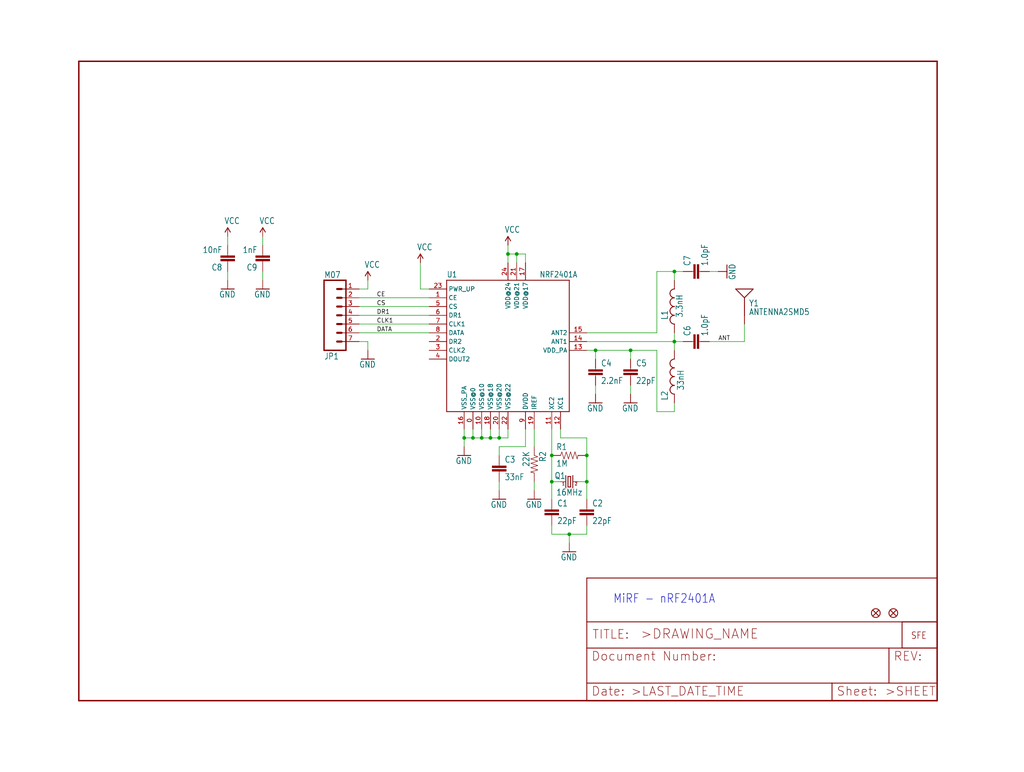
<source format=kicad_sch>
(kicad_sch (version 20211123) (generator eeschema)
  (paper "User" 297.002 223.926)
  (lib_symbols
    (symbol "eagleSchem-eagle-import:ANTENNA2SMD5"
      (property "Value" "ANTENNA2SMD5" (at 1.27 -2.54 0))
      (symbol "ANTENNA2SMD5_1_0"
        (polyline (pts (xy -2.54 5.08) (xy 2.54 5.08)) (stroke (width 0.254)))
        (polyline (pts (xy 0 2.54) (xy -2.54 5.08)) (stroke (width 0.254)))
        (polyline (pts (xy 0 2.54) (xy 0 -2.54)) (stroke (width 0.254)))
        (polyline (pts (xy 0 2.54) (xy 2.54 5.08)) (stroke (width 0.254)))
        (pin bidirectional line (at 0 -5.08 90) (length 2.54) (name "SIGNAL") (number "FEED"))
      )
    )
    (symbol "eagleSchem-eagle-import:CAP0402"
      (property "Reference" "C" (at 1.524 2.921 0))
      (property "Value" "CAP0402" (at 1.524 -2.159 0))
      (symbol "CAP0402_1_0"
        (rectangle (start -2.032 0.508) (end 2.032 1.016) (fill (type outline)))
        (rectangle (start -2.032 1.524) (end 2.032 2.032) (fill (type outline)))
        (polyline (pts (xy 0 0) (xy 0 0.508)) (stroke (width 0.1524)))
        (polyline (pts (xy 0 2.54) (xy 0 2.032)) (stroke (width 0.1524)))
        (pin passive line (at 0 5.08 270) (length 2.54) (name "1") (number "1"))
        (pin passive line (at 0 -2.54 90) (length 2.54) (name "2") (number "2"))
      )
    )
    (symbol "eagleSchem-eagle-import:CRYSTAL5X3"
      (property "Reference" "Q" (at 2.54 1.016 0))
      (property "Value" "CRYSTAL5X3" (at 2.54 -2.54 0))
      (symbol "CRYSTAL5X3_1_0"
        (polyline (pts (xy -2.54 0) (xy -1.016 0)) (stroke (width 0.1524)))
        (polyline (pts (xy -1.016 1.778) (xy -1.016 -1.778)) (stroke (width 0.254)))
        (polyline (pts (xy -0.381 -1.524) (xy 0.381 -1.524)) (stroke (width 0.254)))
        (polyline (pts (xy -0.381 1.524) (xy -0.381 -1.524)) (stroke (width 0.254)))
        (polyline (pts (xy 0.381 -1.524) (xy 0.381 1.524)) (stroke (width 0.254)))
        (polyline (pts (xy 0.381 1.524) (xy -0.381 1.524)) (stroke (width 0.254)))
        (polyline (pts (xy 1.016 0) (xy 2.54 0)) (stroke (width 0.1524)))
        (polyline (pts (xy 1.016 1.778) (xy 1.016 -1.778)) (stroke (width 0.254)))
        (text "1" (at -2.159 -1.143 0) (effects (font (size 0.8636 0.734)) (justify left bottom)))
        (text "2" (at 1.524 -1.143 0) (effects (font (size 0.8636 0.734)) (justify left bottom)))
        (pin passive line (at -2.54 0 0) (length 0) (name "1") (number "1"))
        (pin passive line (at 2.54 0 180) (length 0) (name "2") (number "3"))
      )
    )
    (symbol "eagleSchem-eagle-import:FIDUCIALUFIDUCIAL"
      (symbol "FIDUCIALUFIDUCIAL_1_0"
        (polyline (pts (xy -0.762 0.762) (xy 0.762 -0.762)) (stroke (width 0.254)))
        (polyline (pts (xy 0.762 0.762) (xy -0.762 -0.762)) (stroke (width 0.254)))
        (circle (center 0 0) (radius 1.27) (stroke (width 0.254)))
      )
    )
    (symbol "eagleSchem-eagle-import:FRAME-LETTER"
      (symbol "FRAME-LETTER_1_0"
        (polyline (pts (xy 0 0) (xy 248.92 0)) (stroke (width 0.4064)))
        (polyline (pts (xy 0 185.42) (xy 0 0)) (stroke (width 0.4064)))
        (polyline (pts (xy 0 185.42) (xy 248.92 185.42)) (stroke (width 0.4064)))
        (polyline (pts (xy 248.92 185.42) (xy 248.92 0)) (stroke (width 0.4064)))
      )
      (symbol "FRAME-LETTER_2_0"
        (polyline (pts (xy 0 0) (xy 0 5.08)) (stroke (width 0.254)))
        (polyline (pts (xy 0 0) (xy 71.12 0)) (stroke (width 0.254)))
        (polyline (pts (xy 0 5.08) (xy 0 15.24)) (stroke (width 0.254)))
        (polyline (pts (xy 0 5.08) (xy 71.12 5.08)) (stroke (width 0.254)))
        (polyline (pts (xy 0 15.24) (xy 0 22.86)) (stroke (width 0.254)))
        (polyline (pts (xy 0 22.86) (xy 0 35.56)) (stroke (width 0.254)))
        (polyline (pts (xy 0 22.86) (xy 101.6 22.86)) (stroke (width 0.254)))
        (polyline (pts (xy 71.12 0) (xy 101.6 0)) (stroke (width 0.254)))
        (polyline (pts (xy 71.12 5.08) (xy 71.12 0)) (stroke (width 0.254)))
        (polyline (pts (xy 71.12 5.08) (xy 87.63 5.08)) (stroke (width 0.254)))
        (polyline (pts (xy 87.63 5.08) (xy 101.6 5.08)) (stroke (width 0.254)))
        (polyline (pts (xy 87.63 15.24) (xy 0 15.24)) (stroke (width 0.254)))
        (polyline (pts (xy 87.63 15.24) (xy 87.63 5.08)) (stroke (width 0.254)))
        (polyline (pts (xy 101.6 5.08) (xy 101.6 0)) (stroke (width 0.254)))
        (polyline (pts (xy 101.6 15.24) (xy 87.63 15.24)) (stroke (width 0.254)))
        (polyline (pts (xy 101.6 15.24) (xy 101.6 5.08)) (stroke (width 0.254)))
        (polyline (pts (xy 101.6 22.86) (xy 101.6 15.24)) (stroke (width 0.254)))
        (polyline (pts (xy 101.6 35.56) (xy 0 35.56)) (stroke (width 0.254)))
        (polyline (pts (xy 101.6 35.56) (xy 101.6 22.86)) (stroke (width 0.254)))
        (text ">DRAWING_NAME" (at 15.494 17.78 0) (effects (font (size 2.7432 2.7432)) (justify left bottom)))
        (text ">LAST_DATE_TIME" (at 12.7 1.27 0) (effects (font (size 2.54 2.54)) (justify left bottom)))
        (text ">SHEET" (at 86.36 1.27 0) (effects (font (size 2.54 2.54)) (justify left bottom)))
        (text "Date:" (at 1.27 1.27 0) (effects (font (size 2.54 2.54)) (justify left bottom)))
        (text "Document Number:" (at 1.27 11.43 0) (effects (font (size 2.54 2.54)) (justify left bottom)))
        (text "REV:" (at 88.9 11.43 0) (effects (font (size 2.54 2.54)) (justify left bottom)))
        (text "Sheet:" (at 72.39 1.27 0) (effects (font (size 2.54 2.54)) (justify left bottom)))
        (text "TITLE:" (at 1.524 17.78 0) (effects (font (size 2.54 2.54)) (justify left bottom)))
      )
    )
    (symbol "eagleSchem-eagle-import:GND" (power)
      (property "Value" "GND" (at -2.54 -2.54 0))
      (symbol "GND_1_0"
        (polyline (pts (xy -1.905 0) (xy 1.905 0)) (stroke (width 0.254)))
        (pin power_in line (at 0 2.54 270) (length 2.54) (name "GND") (number "1"))
      )
    )
    (symbol "eagleSchem-eagle-import:INDUCTOR0402"
      (property "Value" "INDUCTOR0402" (at 2.54 -5.08 0))
      (symbol "INDUCTOR0402_1_0"
        (arc (start 0 -5.08) (mid 0.898 -4.708) (end 1.27 -3.81) (stroke (width 0.254)))
        (arc (start 0 -2.54) (mid 0.898 -2.168) (end 1.27 -1.27) (stroke (width 0.254)))
        (arc (start 0 0) (mid 0.898 0.372) (end 1.27 1.27) (stroke (width 0.254)))
        (arc (start 0 2.54) (mid 0.898 2.912) (end 1.27 3.81) (stroke (width 0.254)))
        (arc (start 1.27 -3.81) (mid 0.898 -2.912) (end 0 -2.54) (stroke (width 0.254)))
        (arc (start 1.27 -1.27) (mid 0.898 -0.372) (end 0 0) (stroke (width 0.254)))
        (arc (start 1.27 1.27) (mid 0.898 2.168) (end 0 2.54) (stroke (width 0.254)))
        (arc (start 1.27 3.81) (mid 0.898 4.708) (end 0 5.08) (stroke (width 0.254)))
        (pin passive line (at 0 7.62 270) (length 2.54) (name "1") (number "1"))
        (pin passive line (at 0 -7.62 90) (length 2.54) (name "2") (number "2"))
      )
    )
    (symbol "eagleSchem-eagle-import:LOGO-SFESK"
      (symbol "LOGO-SFESK_1_0"
        (polyline (pts (xy -2.54 -2.54) (xy 7.62 -2.54)) (stroke (width 0.254)))
        (polyline (pts (xy -2.54 5.08) (xy -2.54 -2.54)) (stroke (width 0.254)))
        (polyline (pts (xy 7.62 -2.54) (xy 7.62 5.08)) (stroke (width 0.254)))
        (polyline (pts (xy 7.62 5.08) (xy -2.54 5.08)) (stroke (width 0.254)))
        (text "SFE" (at 0 0 0) (effects (font (size 1.9304 1.6408)) (justify left bottom)))
      )
    )
    (symbol "eagleSchem-eagle-import:M07"
      (property "Reference" "JP" (at -5.08 13.462 0))
      (property "Value" "M07" (at -5.08 -10.16 0))
      (symbol "M07_1_0"
        (polyline (pts (xy -5.08 12.7) (xy -5.08 -7.62)) (stroke (width 0.4064)))
        (polyline (pts (xy -5.08 12.7) (xy 1.27 12.7)) (stroke (width 0.4064)))
        (polyline (pts (xy -1.27 -5.08) (xy 0 -5.08)) (stroke (width 0.6096)))
        (polyline (pts (xy -1.27 -2.54) (xy 0 -2.54)) (stroke (width 0.6096)))
        (polyline (pts (xy -1.27 0) (xy 0 0)) (stroke (width 0.6096)))
        (polyline (pts (xy -1.27 2.54) (xy 0 2.54)) (stroke (width 0.6096)))
        (polyline (pts (xy -1.27 5.08) (xy 0 5.08)) (stroke (width 0.6096)))
        (polyline (pts (xy -1.27 7.62) (xy 0 7.62)) (stroke (width 0.6096)))
        (polyline (pts (xy -1.27 10.16) (xy 0 10.16)) (stroke (width 0.6096)))
        (polyline (pts (xy 1.27 -7.62) (xy -5.08 -7.62)) (stroke (width 0.4064)))
        (polyline (pts (xy 1.27 -7.62) (xy 1.27 12.7)) (stroke (width 0.4064)))
        (pin passive line (at 5.08 -5.08 180) (length 5.08) (name "1") (number "1"))
        (pin passive line (at 5.08 -2.54 180) (length 5.08) (name "2") (number "2"))
        (pin passive line (at 5.08 0 180) (length 5.08) (name "3") (number "3"))
        (pin passive line (at 5.08 2.54 180) (length 5.08) (name "4") (number "4"))
        (pin passive line (at 5.08 5.08 180) (length 5.08) (name "5") (number "5"))
        (pin passive line (at 5.08 7.62 180) (length 5.08) (name "6") (number "6"))
        (pin passive line (at 5.08 10.16 180) (length 5.08) (name "7") (number "7"))
      )
    )
    (symbol "eagleSchem-eagle-import:NRF2401ASMD"
      (property "Value" "NRF2401ASMD" (at 9.144 18.542 0))
      (symbol "NRF2401ASMD_1_0"
        (polyline (pts (xy -17.78 -20.32) (xy -17.78 17.78)) (stroke (width 0.254)))
        (polyline (pts (xy -17.78 17.78) (xy 17.78 17.78)) (stroke (width 0.254)))
        (polyline (pts (xy 17.78 -20.32) (xy -17.78 -20.32)) (stroke (width 0.254)))
        (polyline (pts (xy 17.78 17.78) (xy 17.78 -20.32)) (stroke (width 0.254)))
        (pin power_in line (at -10.16 -25.4 90) (length 5.08) (name "VSS@0") (number "0"))
        (pin input line (at -22.86 12.7 0) (length 5.08) (name "CE") (number "1"))
        (pin power_in line (at -7.62 -25.4 90) (length 5.08) (name "VSS@10") (number "10"))
        (pin input line (at 12.7 -25.4 90) (length 5.08) (name "XC2") (number "11"))
        (pin input line (at 15.24 -25.4 90) (length 5.08) (name "XC1") (number "12"))
        (pin power_in line (at 22.86 -2.54 180) (length 5.08) (name "VDD_PA") (number "13"))
        (pin output line (at 22.86 0 180) (length 5.08) (name "ANT1") (number "14"))
        (pin output line (at 22.86 2.54 180) (length 5.08) (name "ANT2") (number "15"))
        (pin power_in line (at -12.7 -25.4 90) (length 5.08) (name "VSS_PA") (number "16"))
        (pin power_in line (at 5.08 22.86 270) (length 5.08) (name "VDD@17") (number "17"))
        (pin power_in line (at -5.08 -25.4 90) (length 5.08) (name "VSS@18") (number "18"))
        (pin input line (at 7.62 -25.4 90) (length 5.08) (name "IREF") (number "19"))
        (pin output line (at -22.86 0 0) (length 5.08) (name "DR2") (number "2"))
        (pin power_in line (at -2.54 -25.4 90) (length 5.08) (name "VSS@20") (number "20"))
        (pin power_in line (at 2.54 22.86 270) (length 5.08) (name "VDD@21") (number "21"))
        (pin power_in line (at 0 -25.4 90) (length 5.08) (name "VSS@22") (number "22"))
        (pin power_in line (at -22.86 15.24 0) (length 5.08) (name "PWR_UP") (number "23"))
        (pin power_in line (at 0 22.86 270) (length 5.08) (name "VDD@24") (number "24"))
        (pin bidirectional line (at -22.86 -2.54 0) (length 5.08) (name "CLK2") (number "3"))
        (pin output line (at -22.86 -5.08 0) (length 5.08) (name "DOUT2") (number "4"))
        (pin input line (at -22.86 10.16 0) (length 5.08) (name "CS") (number "5"))
        (pin output line (at -22.86 7.62 0) (length 5.08) (name "DR1") (number "6"))
        (pin bidirectional line (at -22.86 5.08 0) (length 5.08) (name "CLK1") (number "7"))
        (pin bidirectional line (at -22.86 2.54 0) (length 5.08) (name "DATA") (number "8"))
        (pin power_in line (at 5.08 -25.4 90) (length 5.08) (name "DVDD") (number "9"))
      )
    )
    (symbol "eagleSchem-eagle-import:RESISTOR0402"
      (property "Reference" "R" (at -3.81 1.4986 0))
      (property "Value" "RESISTOR0402" (at -3.81 -3.302 0))
      (symbol "RESISTOR0402_1_0"
        (polyline (pts (xy -2.54 0) (xy -2.159 1.016)) (stroke (width 0.1524)))
        (polyline (pts (xy -2.159 1.016) (xy -1.524 -1.016)) (stroke (width 0.1524)))
        (polyline (pts (xy -1.524 -1.016) (xy -0.889 1.016)) (stroke (width 0.1524)))
        (polyline (pts (xy -0.889 1.016) (xy -0.254 -1.016)) (stroke (width 0.1524)))
        (polyline (pts (xy -0.254 -1.016) (xy 0.381 1.016)) (stroke (width 0.1524)))
        (polyline (pts (xy 0.381 1.016) (xy 1.016 -1.016)) (stroke (width 0.1524)))
        (polyline (pts (xy 1.016 -1.016) (xy 1.651 1.016)) (stroke (width 0.1524)))
        (polyline (pts (xy 1.651 1.016) (xy 2.286 -1.016)) (stroke (width 0.1524)))
        (polyline (pts (xy 2.286 -1.016) (xy 2.54 0)) (stroke (width 0.1524)))
        (pin passive line (at -5.08 0 0) (length 2.54) (name "1") (number "1"))
        (pin passive line (at 5.08 0 180) (length 2.54) (name "2") (number "2"))
      )
    )
    (symbol "eagleSchem-eagle-import:VCC" (power)
      (property "Value" "VCC" (at -1.016 3.556 0))
      (symbol "VCC_1_0"
        (polyline (pts (xy 0 2.54) (xy -0.762 1.27)) (stroke (width 0.254)))
        (polyline (pts (xy 0.762 1.27) (xy 0 2.54)) (stroke (width 0.254)))
        (pin power_in line (at 0 0 90) (length 2.54) (name "VCC") (number "1"))
      )
    )
  )
  (junction (at 165.1 154.94))
  (junction (at 160.02 139.7))
  (junction (at 160.02 132.08))
  (junction (at 137.16 127))
  (junction (at 170.18 139.7))
  (junction (at 144.78 127))
  (junction (at 142.24 127))
  (junction (at 139.7 127))
  (junction (at 149.86 73.66))
  (junction (at 195.58 78.74))
  (junction (at 134.62 127))
  (junction (at 170.18 132.08))
  (junction (at 147.32 73.66))
  (junction (at 195.58 99.06))
  (junction (at 182.88 101.6))
  (junction (at 172.72 101.6))
  (wire (pts (xy 195.58 78.74) (xy 195.58 81.28)))
  (wire (pts (xy 144.78 124.46) (xy 144.78 127)))
  (wire (pts (xy 124.46 96.52) (xy 104.14 96.52)))
  (wire (pts (xy 154.94 124.46) (xy 154.94 129.54)))
  (wire (pts (xy 124.46 83.82) (xy 121.92 83.82)))
  (wire (pts (xy 182.88 104.14) (xy 182.88 101.6)))
  (wire (pts (xy 76.2 68.58) (xy 76.2 71.12)))
  (wire (pts (xy 144.78 142.24) (xy 144.78 139.7)))
  (wire (pts (xy 106.68 99.06) (xy 106.68 101.6)))
  (wire (pts (xy 106.68 83.82) (xy 106.68 81.28)))
  (wire (pts (xy 139.7 127) (xy 137.16 127)))
  (wire (pts (xy 137.16 124.46) (xy 137.16 127)))
  (wire (pts (xy 66.04 81.28) (xy 66.04 78.74)))
  (wire (pts (xy 76.2 81.28) (xy 76.2 78.74)))
  (wire (pts (xy 172.72 104.14) (xy 172.72 101.6)))
  (wire (pts (xy 160.02 139.7) (xy 160.02 144.78)))
  (wire (pts (xy 154.94 142.24) (xy 154.94 139.7)))
  (wire (pts (xy 190.5 119.38) (xy 195.58 119.38)))
  (wire (pts (xy 182.88 101.6) (xy 190.5 101.6)))
  (wire (pts (xy 147.32 124.46) (xy 147.32 127)))
  (wire (pts (xy 149.86 73.66) (xy 147.32 73.66)))
  (wire (pts (xy 147.32 76.2) (xy 147.32 73.66)))
  (wire (pts (xy 160.02 124.46) (xy 160.02 132.08)))
  (wire (pts (xy 142.24 124.46) (xy 142.24 127)))
  (wire (pts (xy 144.78 127) (xy 142.24 127)))
  (wire (pts (xy 124.46 91.44) (xy 104.14 91.44)))
  (wire (pts (xy 147.32 127) (xy 144.78 127)))
  (wire (pts (xy 165.1 154.94) (xy 165.1 157.48)))
  (wire (pts (xy 149.86 73.66) (xy 152.4 73.66)))
  (wire (pts (xy 195.58 101.6) (xy 195.58 99.06)))
  (wire (pts (xy 121.92 83.82) (xy 121.92 76.2)))
  (wire (pts (xy 162.56 124.46) (xy 162.56 127)))
  (wire (pts (xy 142.24 127) (xy 139.7 127)))
  (wire (pts (xy 134.62 129.54) (xy 134.62 127)))
  (wire (pts (xy 160.02 132.08) (xy 160.02 139.7)))
  (wire (pts (xy 205.74 99.06) (xy 215.9 99.06)))
  (wire (pts (xy 195.58 99.06) (xy 198.12 99.06)))
  (wire (pts (xy 170.18 127) (xy 170.18 132.08)))
  (wire (pts (xy 144.78 132.08) (xy 144.78 129.54)))
  (wire (pts (xy 170.18 139.7) (xy 167.64 139.7)))
  (wire (pts (xy 215.9 93.98) (xy 215.9 99.06)))
  (wire (pts (xy 170.18 99.06) (xy 195.58 99.06)))
  (wire (pts (xy 195.58 99.06) (xy 195.58 96.52)))
  (wire (pts (xy 144.78 129.54) (xy 152.4 129.54)))
  (wire (pts (xy 195.58 78.74) (xy 198.12 78.74)))
  (wire (pts (xy 124.46 93.98) (xy 104.14 93.98)))
  (wire (pts (xy 104.14 83.82) (xy 106.68 83.82)))
  (wire (pts (xy 124.46 88.9) (xy 104.14 88.9)))
  (wire (pts (xy 208.28 78.74) (xy 205.74 78.74)))
  (wire (pts (xy 190.5 101.6) (xy 190.5 119.38)))
  (wire (pts (xy 152.4 73.66) (xy 152.4 76.2)))
  (wire (pts (xy 170.18 132.08) (xy 170.18 139.7)))
  (wire (pts (xy 104.14 99.06) (xy 106.68 99.06)))
  (wire (pts (xy 190.5 78.74) (xy 195.58 78.74)))
  (wire (pts (xy 172.72 101.6) (xy 182.88 101.6)))
  (wire (pts (xy 170.18 152.4) (xy 170.18 154.94)))
  (wire (pts (xy 172.72 114.3) (xy 172.72 111.76)))
  (wire (pts (xy 160.02 139.7) (xy 162.56 139.7)))
  (wire (pts (xy 149.86 76.2) (xy 149.86 73.66)))
  (wire (pts (xy 170.18 96.52) (xy 190.5 96.52)))
  (wire (pts (xy 124.46 86.36) (xy 104.14 86.36)))
  (wire (pts (xy 137.16 127) (xy 134.62 127)))
  (wire (pts (xy 152.4 129.54) (xy 152.4 124.46)))
  (wire (pts (xy 170.18 101.6) (xy 172.72 101.6)))
  (wire (pts (xy 147.32 73.66) (xy 147.32 71.12)))
  (wire (pts (xy 182.88 114.3) (xy 182.88 111.76)))
  (wire (pts (xy 190.5 96.52) (xy 190.5 78.74)))
  (wire (pts (xy 66.04 68.58) (xy 66.04 71.12)))
  (wire (pts (xy 170.18 154.94) (xy 165.1 154.94)))
  (wire (pts (xy 170.18 139.7) (xy 170.18 144.78)))
  (wire (pts (xy 195.58 119.38) (xy 195.58 116.84)))
  (wire (pts (xy 162.56 127) (xy 170.18 127)))
  (wire (pts (xy 139.7 124.46) (xy 139.7 127)))
  (wire (pts (xy 134.62 127) (xy 134.62 124.46)))
  (wire (pts (xy 160.02 154.94) (xy 160.02 152.4)))
  (wire (pts (xy 165.1 154.94) (xy 160.02 154.94)))
  (text "MiRF - nRF2401A" (at 177.8 175.26 180) (effects (font (size 2.54 2.159)) (justify left bottom)))
  (label "CLK1" (at 109.22 93.98 0) (effects (font (size 1.2446 1.2446))))
  (label "DR1" (at 109.22 91.44 0) (effects (font (size 1.2446 1.2446))))
  (label "ANT" (at 208.28 99.06 0) (effects (font (size 1.2446 1.2446))))
  (label "CE" (at 109.22 86.36 0) (effects (font (size 1.2446 1.2446))))
  (label "CS" (at 109.22 88.9 0) (effects (font (size 1.2446 1.2446))))
  (label "DATA" (at 109.22 96.52 0) (effects (font (size 1.2446 1.2446))))
  (symbol (lib_id "eagleSchem-eagle-import:CAP0402") (at 172.72 109.22 0) (unit 1)
    (property "Reference" "C4" (at 174.244 106.299 0) (effects (font (size 1.778 1.5113)) (justify left bottom)))
    (property "Value" "2.2nF" (at 174.244 111.379 0) (effects (font (size 1.778 1.5113)) (justify left bottom)))
    (property "Footprint" "eagleSchem:C0402" (effects hide))
  )
  (symbol (lib_id "eagleSchem-eagle-import:GND") (at 182.88 116.84 0) (unit 1)
    (property "Reference" "#GND6" (effects hide))
    (property "Value" "GND" (at 180.34 119.38 0) (effects (font (size 1.778 1.5113)) (justify left bottom)))
    (property "Footprint" "eagleSchem:" (effects hide))
  )
  (symbol (lib_id "eagleSchem-eagle-import:M07") (at 99.06 88.9 0) (mirror x) (unit 1)
    (property "Reference" "JP1" (at 93.98 102.362 0) (effects (font (size 1.778 1.5113)) (justify left bottom)))
    (property "Value" "M07" (at 93.98 78.74 0) (effects (font (size 1.778 1.5113)) (justify left bottom)))
    (property "Footprint" "eagleSchem:1X07" (effects hide))
  )
  (symbol (lib_id "eagleSchem-eagle-import:CAP0402") (at 182.88 109.22 0) (unit 1)
    (property "Reference" "C5" (at 184.404 106.299 0) (effects (font (size 1.778 1.5113)) (justify left bottom)))
    (property "Value" "22pF" (at 184.404 111.379 0) (effects (font (size 1.778 1.5113)) (justify left bottom)))
    (property "Footprint" "eagleSchem:C0402" (effects hide))
  )
  (symbol (lib_id "eagleSchem-eagle-import:GND") (at 66.04 83.82 0) (unit 1)
    (property "Reference" "#GND9" (effects hide))
    (property "Value" "GND" (at 63.5 86.36 0) (effects (font (size 1.778 1.5113)) (justify left bottom)))
    (property "Footprint" "eagleSchem:" (effects hide))
  )
  (symbol (lib_id "eagleSchem-eagle-import:NRF2401ASMD") (at 147.32 99.06 0) (unit 1)
    (property "Reference" "U1" (at 129.54 80.518 0) (effects (font (size 1.6764 1.4249)) (justify left bottom)))
    (property "Value" "NRF2401A" (at 156.464 80.518 0) (effects (font (size 1.6764 1.4249)) (justify left bottom)))
    (property "Footprint" "eagleSchem:MLP-24" (effects hide))
  )
  (symbol (lib_id "eagleSchem-eagle-import:GND") (at 76.2 83.82 0) (unit 1)
    (property "Reference" "#GND8" (effects hide))
    (property "Value" "GND" (at 73.66 86.36 0) (effects (font (size 1.778 1.5113)) (justify left bottom)))
    (property "Footprint" "eagleSchem:" (effects hide))
  )
  (symbol (lib_id "eagleSchem-eagle-import:VCC") (at 76.2 68.58 0) (unit 1)
    (property "Reference" "#P+2" (effects hide))
    (property "Value" "VCC" (at 75.184 65.024 0) (effects (font (size 1.778 1.5113)) (justify left bottom)))
    (property "Footprint" "eagleSchem:" (effects hide))
  )
  (symbol (lib_id "eagleSchem-eagle-import:CAP0402") (at 66.04 73.66 180) (unit 1)
    (property "Reference" "C8" (at 64.516 76.581 0) (effects (font (size 1.778 1.5113)) (justify left bottom)))
    (property "Value" "10nF" (at 64.516 71.501 0) (effects (font (size 1.778 1.5113)) (justify left bottom)))
    (property "Footprint" "eagleSchem:C0402" (effects hide))
  )
  (symbol (lib_id "eagleSchem-eagle-import:CRYSTAL5X3") (at 165.1 139.7 0) (unit 1)
    (property "Reference" "Q1" (at 160.782 138.938 0) (effects (font (size 1.778 1.5113)) (justify left bottom)))
    (property "Value" "16MHz" (at 161.29 143.764 0) (effects (font (size 1.778 1.5113)) (justify left bottom)))
    (property "Footprint" "eagleSchem:CRYSTAL-SMD-5X3" (effects hide))
  )
  (symbol (lib_id "eagleSchem-eagle-import:FRAME-LETTER") (at 22.86 203.2 0) (unit 1)
    (property "Reference" "#FRAME1" (effects hide))
    (property "Value" "FRAME-LETTER" (effects hide))
    (property "Footprint" "eagleSchem:" (effects hide))
  )
  (symbol (lib_id "eagleSchem-eagle-import:GND") (at 106.68 104.14 0) (unit 1)
    (property "Reference" "#GND4" (effects hide))
    (property "Value" "GND" (at 104.14 106.68 0) (effects (font (size 1.778 1.5113)) (justify left bottom)))
    (property "Footprint" "eagleSchem:" (effects hide))
  )
  (symbol (lib_id "eagleSchem-eagle-import:FIDUCIALUFIDUCIAL") (at 254 177.8 0) (unit 1)
    (property "Reference" "JP2" (effects hide))
    (property "Value" "FIDUCIALUFIDUCIAL" (effects hide))
    (property "Footprint" "eagleSchem:MICRO-FIDUCIAL" (effects hide))
  )
  (symbol (lib_id "eagleSchem-eagle-import:VCC") (at 66.04 68.58 0) (unit 1)
    (property "Reference" "#P+1" (effects hide))
    (property "Value" "VCC" (at 65.024 65.024 0) (effects (font (size 1.778 1.5113)) (justify left bottom)))
    (property "Footprint" "eagleSchem:" (effects hide))
  )
  (symbol (lib_id "eagleSchem-eagle-import:RESISTOR0402") (at 165.1 132.08 0) (unit 1)
    (property "Reference" "R1" (at 161.29 130.5814 0) (effects (font (size 1.778 1.5113)) (justify left bottom)))
    (property "Value" "1M" (at 161.29 135.382 0) (effects (font (size 1.778 1.5113)) (justify left bottom)))
    (property "Footprint" "eagleSchem:C0402" (effects hide))
  )
  (symbol (lib_id "eagleSchem-eagle-import:LOGO-SFESK") (at 264.16 185.42 0) (unit 1)
    (property "Reference" "U$1" (effects hide))
    (property "Value" "LOGO-SFESK" (effects hide))
    (property "Footprint" "eagleSchem:SFE-LOGO-FLAME" (effects hide))
  )
  (symbol (lib_id "eagleSchem-eagle-import:GND") (at 165.1 160.02 0) (unit 1)
    (property "Reference" "#GND1" (effects hide))
    (property "Value" "GND" (at 162.56 162.56 0) (effects (font (size 1.778 1.5113)) (justify left bottom)))
    (property "Footprint" "eagleSchem:" (effects hide))
  )
  (symbol (lib_id "eagleSchem-eagle-import:CAP0402") (at 203.2 99.06 90) (unit 1)
    (property "Reference" "C6" (at 200.279 97.536 0) (effects (font (size 1.778 1.5113)) (justify left bottom)))
    (property "Value" "1.0pF" (at 205.359 97.536 0) (effects (font (size 1.778 1.5113)) (justify left bottom)))
    (property "Footprint" "eagleSchem:C0402" (effects hide))
  )
  (symbol (lib_id "eagleSchem-eagle-import:GND") (at 134.62 132.08 0) (unit 1)
    (property "Reference" "#GND10" (effects hide))
    (property "Value" "GND" (at 132.08 134.62 0) (effects (font (size 1.778 1.5113)) (justify left bottom)))
    (property "Footprint" "eagleSchem:" (effects hide))
  )
  (symbol (lib_id "eagleSchem-eagle-import:VCC") (at 147.32 71.12 0) (unit 1)
    (property "Reference" "#P+3" (effects hide))
    (property "Value" "VCC" (at 146.304 67.564 0) (effects (font (size 1.778 1.5113)) (justify left bottom)))
    (property "Footprint" "eagleSchem:" (effects hide))
  )
  (symbol (lib_id "eagleSchem-eagle-import:FRAME-LETTER") (at 170.18 203.2 0) (unit 2)
    (property "Reference" "#FRAME1" (effects hide))
    (property "Value" "FRAME-LETTER" (effects hide))
    (property "Footprint" "eagleSchem:" (effects hide))
  )
  (symbol (lib_id "eagleSchem-eagle-import:GND") (at 210.82 78.74 90) (unit 1)
    (property "Reference" "#GND7" (effects hide))
    (property "Value" "GND" (at 213.36 81.28 0) (effects (font (size 1.778 1.5113)) (justify left bottom)))
    (property "Footprint" "eagleSchem:" (effects hide))
  )
  (symbol (lib_id "eagleSchem-eagle-import:GND") (at 154.94 144.78 0) (unit 1)
    (property "Reference" "#GND2" (effects hide))
    (property "Value" "GND" (at 152.4 147.32 0) (effects (font (size 1.778 1.5113)) (justify left bottom)))
    (property "Footprint" "eagleSchem:" (effects hide))
  )
  (symbol (lib_id "eagleSchem-eagle-import:INDUCTOR0402") (at 195.58 109.22 180) (unit 1)
    (property "Reference" "L2" (at 191.77 113.284 90) (effects (font (size 1.778 1.5113)) (justify left bottom)))
    (property "Value" "33nH" (at 198.374 113.284 90) (effects (font (size 1.778 1.5113)) (justify right top)))
    (property "Footprint" "eagleSchem:C0402" (effects hide))
  )
  (symbol (lib_id "eagleSchem-eagle-import:GND") (at 144.78 144.78 0) (unit 1)
    (property "Reference" "#GND3" (effects hide))
    (property "Value" "GND" (at 142.24 147.32 0) (effects (font (size 1.778 1.5113)) (justify left bottom)))
    (property "Footprint" "eagleSchem:" (effects hide))
  )
  (symbol (lib_id "eagleSchem-eagle-import:FIDUCIALUFIDUCIAL") (at 259.08 177.8 0) (unit 1)
    (property "Reference" "JP3" (effects hide))
    (property "Value" "FIDUCIALUFIDUCIAL" (effects hide))
    (property "Footprint" "eagleSchem:MICRO-FIDUCIAL" (effects hide))
  )
  (symbol (lib_id "eagleSchem-eagle-import:CAP0402") (at 76.2 73.66 180) (unit 1)
    (property "Reference" "C9" (at 74.676 76.581 0) (effects (font (size 1.778 1.5113)) (justify left bottom)))
    (property "Value" "1nF" (at 74.676 71.501 0) (effects (font (size 1.778 1.5113)) (justify left bottom)))
    (property "Footprint" "eagleSchem:C0402" (effects hide))
  )
  (symbol (lib_id "eagleSchem-eagle-import:GND") (at 172.72 116.84 0) (unit 1)
    (property "Reference" "#GND5" (effects hide))
    (property "Value" "GND" (at 170.18 119.38 0) (effects (font (size 1.778 1.5113)) (justify left bottom)))
    (property "Footprint" "eagleSchem:" (effects hide))
  )
  (symbol (lib_id "eagleSchem-eagle-import:VCC") (at 106.68 81.28 0) (unit 1)
    (property "Reference" "#P+5" (effects hide))
    (property "Value" "VCC" (at 105.664 77.724 0) (effects (font (size 1.778 1.5113)) (justify left bottom)))
    (property "Footprint" "eagleSchem:" (effects hide))
  )
  (symbol (lib_id "eagleSchem-eagle-import:CAP0402") (at 203.2 78.74 90) (unit 1)
    (property "Reference" "C7" (at 200.279 77.216 0) (effects (font (size 1.778 1.5113)) (justify left bottom)))
    (property "Value" "1.0pF" (at 205.359 77.216 0) (effects (font (size 1.778 1.5113)) (justify left bottom)))
    (property "Footprint" "eagleSchem:C0402" (effects hide))
  )
  (symbol (lib_id "eagleSchem-eagle-import:VCC") (at 121.92 76.2 0) (unit 1)
    (property "Reference" "#P+4" (effects hide))
    (property "Value" "VCC" (at 120.904 72.644 0) (effects (font (size 1.778 1.5113)) (justify left bottom)))
    (property "Footprint" "eagleSchem:" (effects hide))
  )
  (symbol (lib_id "eagleSchem-eagle-import:CAP0402") (at 144.78 137.16 0) (unit 1)
    (property "Reference" "C3" (at 146.304 134.239 0) (effects (font (size 1.778 1.5113)) (justify left bottom)))
    (property "Value" "33nF" (at 146.304 139.319 0) (effects (font (size 1.778 1.5113)) (justify left bottom)))
    (property "Footprint" "eagleSchem:C0402" (effects hide))
  )
  (symbol (lib_id "eagleSchem-eagle-import:INDUCTOR0402") (at 195.58 88.9 180) (unit 1)
    (property "Reference" "L1" (at 191.77 89.916 90) (effects (font (size 1.778 1.5113)) (justify left bottom)))
    (property "Value" "3.3nH" (at 196.088 85.344 90) (effects (font (size 1.778 1.5113)) (justify left bottom)))
    (property "Footprint" "eagleSchem:C0402" (effects hide))
  )
  (symbol (lib_id "eagleSchem-eagle-import:ANTENNA2SMD5") (at 215.9 88.9 0) (unit 1)
    (property "Reference" "Y1" (at 217.17 88.9 0) (effects (font (size 1.778 1.5113)) (justify left bottom)))
    (property "Value" "ANTENNA2SMD5" (at 217.17 91.44 0) (effects (font (size 1.778 1.5113)) (justify left bottom)))
    (property "Footprint" "eagleSchem:ANTENNA-CHIP5" (effects hide))
  )
  (symbol (lib_id "eagleSchem-eagle-import:CAP0402") (at 160.02 149.86 0) (unit 1)
    (property "Reference" "C1" (at 161.544 146.939 0) (effects (font (size 1.778 1.5113)) (justify left bottom)))
    (property "Value" "22pF" (at 161.544 152.019 0) (effects (font (size 1.778 1.5113)) (justify left bottom)))
    (property "Footprint" "eagleSchem:C0402" (effects hide))
  )
  (symbol (lib_id "eagleSchem-eagle-import:CAP0402") (at 170.18 149.86 0) (unit 1)
    (property "Reference" "C2" (at 171.704 146.939 0) (effects (font (size 1.778 1.5113)) (justify left bottom)))
    (property "Value" "22pF" (at 171.704 152.019 0) (effects (font (size 1.778 1.5113)) (justify left bottom)))
    (property "Footprint" "eagleSchem:C0402" (effects hide))
  )
  (symbol (lib_id "eagleSchem-eagle-import:RESISTOR0402") (at 154.94 134.62 270) (unit 1)
    (property "Reference" "R2" (at 156.4386 130.81 0) (effects (font (size 1.778 1.5113)) (justify left bottom)))
    (property "Value" "22K" (at 151.638 130.81 0) (effects (font (size 1.778 1.5113)) (justify left bottom)))
    (property "Footprint" "eagleSchem:C0402" (effects hide))
  )
)
</source>
